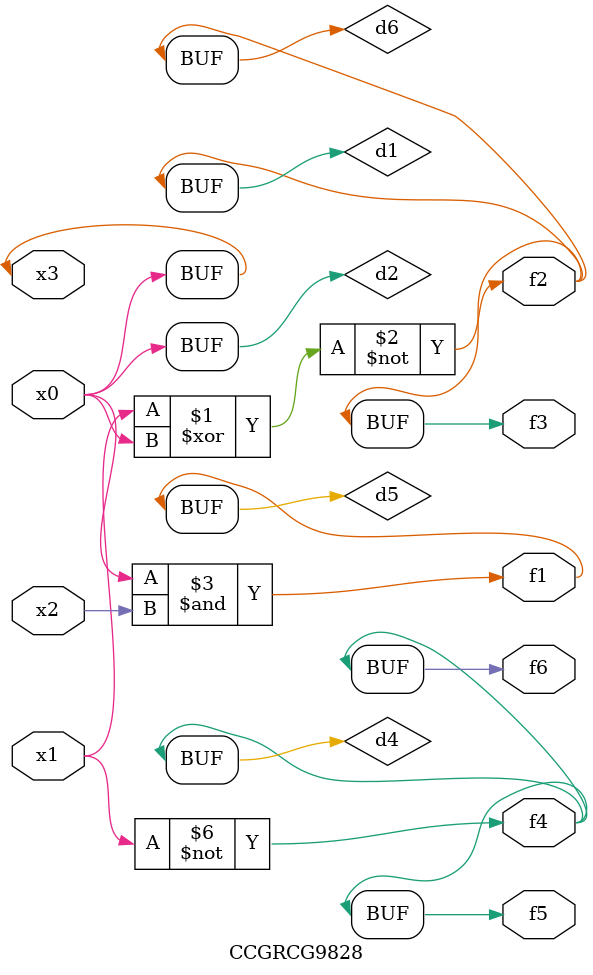
<source format=v>
module CCGRCG9828(
	input x0, x1, x2, x3,
	output f1, f2, f3, f4, f5, f6
);

	wire d1, d2, d3, d4, d5, d6;

	xnor (d1, x1, x3);
	buf (d2, x0, x3);
	nand (d3, x0, x2);
	not (d4, x1);
	nand (d5, d3);
	or (d6, d1);
	assign f1 = d5;
	assign f2 = d6;
	assign f3 = d6;
	assign f4 = d4;
	assign f5 = d4;
	assign f6 = d4;
endmodule

</source>
